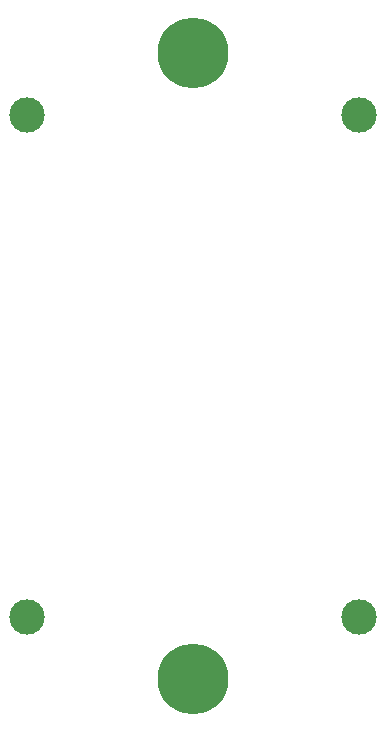
<source format=gbr>
%TF.GenerationSoftware,KiCad,Pcbnew,7.0.9*%
%TF.CreationDate,2024-05-29T20:40:21+05:30*%
%TF.ProjectId,LU,4c552e6b-6963-4616-945f-706362585858,rev?*%
%TF.SameCoordinates,Original*%
%TF.FileFunction,NonPlated,1,2,NPTH,Drill*%
%TF.FilePolarity,Positive*%
%FSLAX46Y46*%
G04 Gerber Fmt 4.6, Leading zero omitted, Abs format (unit mm)*
G04 Created by KiCad (PCBNEW 7.0.9) date 2024-05-29 20:40:21*
%MOMM*%
%LPD*%
G01*
G04 APERTURE LIST*
%TA.AperFunction,ComponentDrill*%
%ADD10C,3.000000*%
%TD*%
%TA.AperFunction,ComponentDrill*%
%ADD11C,6.000000*%
%TD*%
G04 APERTURE END LIST*
D10*
%TO.C,Q1*%
X138750000Y-106750000D03*
X138750000Y-149250000D03*
X166850000Y-106750000D03*
X166850000Y-149250000D03*
D11*
X152800000Y-101500000D03*
X152800000Y-154500000D03*
M02*

</source>
